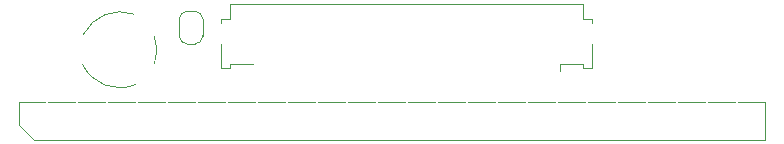
<source format=gto>
G04 #@! TF.GenerationSoftware,KiCad,Pcbnew,(7.0.0)*
G04 #@! TF.CreationDate,2023-02-23T21:36:50-08:00*
G04 #@! TF.ProjectId,Atari130MX-adapter,41746172-6931-4333-904d-582d61646170,rev?*
G04 #@! TF.SameCoordinates,Original*
G04 #@! TF.FileFunction,Legend,Top*
G04 #@! TF.FilePolarity,Positive*
%FSLAX46Y46*%
G04 Gerber Fmt 4.6, Leading zero omitted, Abs format (unit mm)*
G04 Created by KiCad (PCBNEW (7.0.0)) date 2023-02-23 21:36:50*
%MOMM*%
%LPD*%
G01*
G04 APERTURE LIST*
G04 Aperture macros list*
%AMFreePoly0*
4,1,19,0.500000,-0.750000,0.000000,-0.750000,0.000000,-0.744911,-0.071157,-0.744911,-0.207708,-0.704816,-0.327430,-0.627875,-0.420627,-0.520320,-0.479746,-0.390866,-0.500000,-0.250000,-0.500000,0.250000,-0.479746,0.390866,-0.420627,0.520320,-0.327430,0.627875,-0.207708,0.704816,-0.071157,0.744911,0.000000,0.744911,0.000000,0.750000,0.500000,0.750000,0.500000,-0.750000,0.500000,-0.750000,
$1*%
%AMFreePoly1*
4,1,19,0.000000,0.744911,0.071157,0.744911,0.207708,0.704816,0.327430,0.627875,0.420627,0.520320,0.479746,0.390866,0.500000,0.250000,0.500000,-0.250000,0.479746,-0.390866,0.420627,-0.520320,0.327430,-0.627875,0.207708,-0.704816,0.071157,-0.744911,0.000000,-0.744911,0.000000,-0.750000,-0.500000,-0.750000,-0.500000,0.750000,0.000000,0.750000,0.000000,0.744911,0.000000,0.744911,
$1*%
G04 Aperture macros list end*
%ADD10C,0.120000*%
%ADD11O,1.524000X2.540000*%
%ADD12C,2.500000*%
%ADD13C,2.000000*%
%ADD14FreePoly0,90.000000*%
%ADD15FreePoly1,90.000000*%
%ADD16R,0.400000X1.000000*%
%ADD17R,2.000000X1.300000*%
G04 APERTURE END LIST*
D10*
X99818800Y-64947800D02*
X161648800Y-64947800D01*
X98548800Y-61772800D02*
X161648800Y-61772800D01*
X98548800Y-61772800D02*
X98548800Y-63677800D01*
X161648800Y-61772800D02*
X161648800Y-64947800D01*
X99818800Y-64947800D02*
X98548800Y-63677800D01*
X109975362Y-58524415D02*
G75*
G03*
X109975363Y-56169647I-2988972J1177385D01*
G01*
X103886401Y-58552800D02*
G75*
G03*
X108360204Y-60277652I3151823J1510633D01*
G01*
X108245389Y-54298380D02*
G75*
G03*
X103966402Y-56022800I-1154022J-3307566D01*
G01*
X114080800Y-54737800D02*
X114080800Y-56137800D01*
X112080800Y-56137800D02*
X112080800Y-54737800D01*
X113380800Y-56837800D02*
X112780800Y-56837800D01*
X112780800Y-54037800D02*
X113380800Y-54037800D01*
X112080800Y-56137800D02*
G75*
G03*
X112780800Y-56837800I699999J-1D01*
G01*
X113380800Y-56837800D02*
G75*
G03*
X114080800Y-56137800I1J699999D01*
G01*
X114080800Y-54737800D02*
G75*
G03*
X113380800Y-54037800I-700000J0D01*
G01*
X112780800Y-54037800D02*
G75*
G03*
X112080800Y-54737800I0J-700000D01*
G01*
X115610400Y-58883200D02*
X116380400Y-58883200D01*
X144280400Y-58533200D02*
X146260400Y-58533200D01*
X146260400Y-58533200D02*
X146260400Y-58883200D01*
X116380400Y-58883200D02*
X116380400Y-58533200D01*
X146260400Y-58883200D02*
X147030400Y-58883200D01*
X147030400Y-54713200D02*
X146230400Y-54713200D01*
X146230400Y-53413200D02*
X116410400Y-53413200D01*
X115610400Y-54713200D02*
X115610400Y-55013200D01*
X116380400Y-58533200D02*
X118360400Y-58533200D01*
X144280400Y-59123200D02*
X144280400Y-58533200D01*
X147030400Y-58883200D02*
X147030400Y-56833200D01*
X146230400Y-54713200D02*
X146230400Y-53413200D01*
X116410400Y-54713200D02*
X115610400Y-54713200D01*
X147030400Y-55013200D02*
X147030400Y-54713200D01*
X116410400Y-53413200D02*
X116410400Y-54713200D01*
X115610400Y-56833200D02*
X115610400Y-58883200D01*
%LPC*%
D11*
X159308799Y-63042799D03*
X156768799Y-63042799D03*
X154228799Y-63042799D03*
X151688799Y-63042799D03*
X149148799Y-63042799D03*
X146608799Y-63042799D03*
X144068799Y-63042799D03*
X141528799Y-63042799D03*
X138988799Y-63042799D03*
X136448799Y-63042799D03*
X133908799Y-63042799D03*
X131368799Y-63042799D03*
X128828799Y-63042799D03*
X126288799Y-63042799D03*
X123748799Y-63042799D03*
X121208799Y-63042799D03*
X118668799Y-63042799D03*
X116128799Y-63042799D03*
X113588799Y-63042799D03*
X111048799Y-63042799D03*
X108508799Y-63042799D03*
X105968799Y-63042799D03*
X103428799Y-63042799D03*
X100888799Y-63042799D03*
D12*
X106946400Y-57342800D03*
D13*
X109446400Y-54842800D03*
X104446400Y-57342800D03*
X109446400Y-59842800D03*
D14*
X113080800Y-56087800D03*
D15*
X113080800Y-54787800D03*
D16*
X143820399Y-58623199D03*
X142820399Y-58623199D03*
X141820399Y-58623199D03*
X140820399Y-58623199D03*
X139820399Y-58623199D03*
X138820399Y-58623199D03*
X137820399Y-58623199D03*
X136820399Y-58623199D03*
X135820399Y-58623199D03*
X134820399Y-58623199D03*
X133820399Y-58623199D03*
X132820399Y-58623199D03*
X131820399Y-58623199D03*
X130820399Y-58623199D03*
X129820399Y-58623199D03*
X128820399Y-58623199D03*
X127820399Y-58623199D03*
X126820399Y-58623199D03*
X125820399Y-58623199D03*
X124820399Y-58623199D03*
X123820399Y-58623199D03*
X122820399Y-58623199D03*
X121820399Y-58623199D03*
X120820399Y-58623199D03*
X119820399Y-58623199D03*
X118820399Y-58623199D03*
D17*
X116020399Y-55923199D03*
X146620399Y-55923199D03*
M02*

</source>
